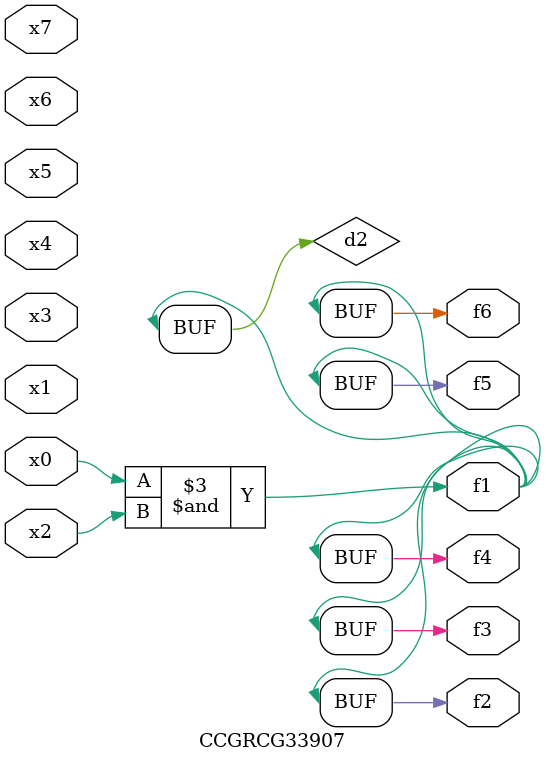
<source format=v>
module CCGRCG33907(
	input x0, x1, x2, x3, x4, x5, x6, x7,
	output f1, f2, f3, f4, f5, f6
);

	wire d1, d2;

	nor (d1, x3, x6);
	and (d2, x0, x2);
	assign f1 = d2;
	assign f2 = d2;
	assign f3 = d2;
	assign f4 = d2;
	assign f5 = d2;
	assign f6 = d2;
endmodule

</source>
